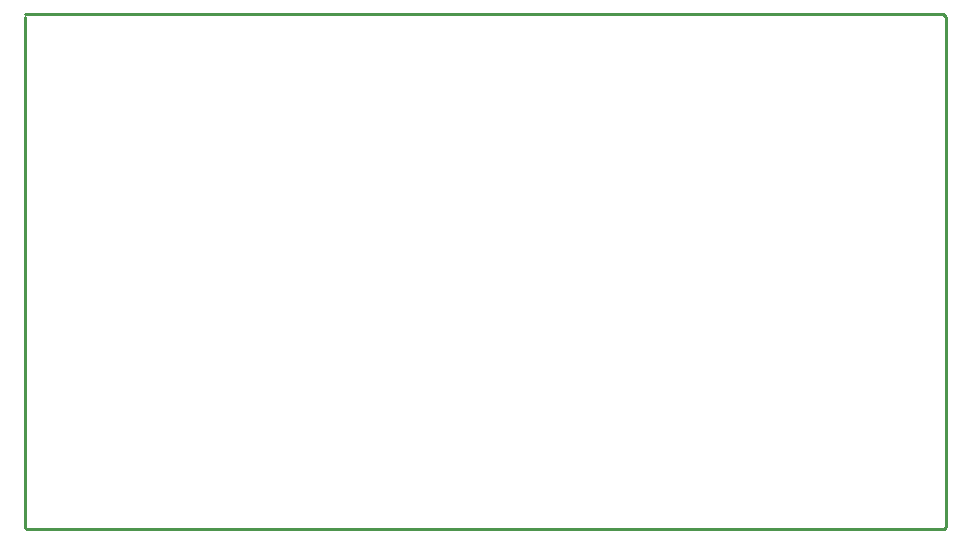
<source format=gko>
G04*
G04 #@! TF.GenerationSoftware,Altium Limited,Altium Designer,24.0.1 (36)*
G04*
G04 Layer_Color=16711935*
%FSLAX44Y44*%
%MOMM*%
G71*
G04*
G04 #@! TF.SameCoordinates,AA9621E6-5DCD-44AC-9A90-A845FAAF86D2*
G04*
G04*
G04 #@! TF.FilePolarity,Positive*
G04*
G01*
G75*
%ADD13C,0.2540*%
D13*
X524510Y882650D02*
X1301750D01*
X1304290Y880110D01*
Y448310D02*
Y880110D01*
X1303020Y447040D02*
X1304290Y448310D01*
X525780Y447040D02*
X1303020D01*
X524510Y448310D02*
X525780Y447040D01*
X524510Y448310D02*
Y880110D01*
M02*

</source>
